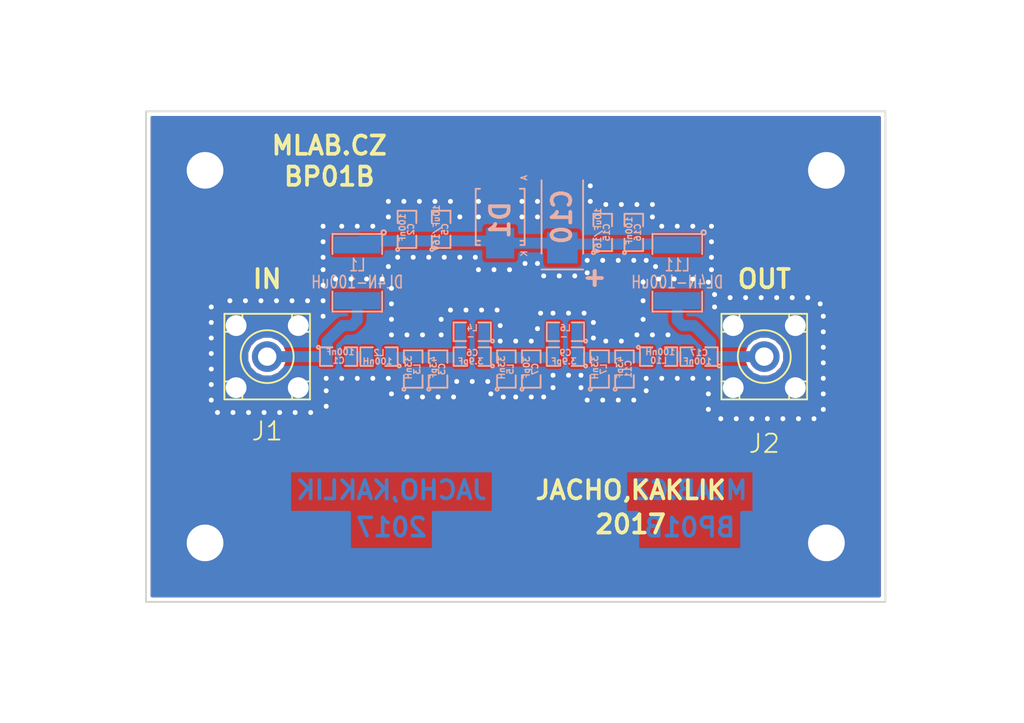
<source format=kicad_pcb>
(kicad_pcb (version 20210424) (generator pcbnew)
  (title_block (title "NAME") (date "%d. %m. %Y") (rev "REV") (company "Mlab www.mlab.cz") (comment 1 "VERSION") (comment 2 "Short description\\nTwo lines are maximum") (comment 3 "nickname <email@example.com>"))
  (layers (0 "F.Cu" signal) (31 "B.Cu" signal) (34 "B.Paste" user) (35 "F.Paste" user) (36 "B.SilkS" user "B.Silkscreen") (37 "F.SilkS" user "F.Silkscreen") (38 "B.Mask" user) (39 "F.Mask" user) (44 "Edge.Cuts" user))
  (net 0 "")
  (net 1 "Net-(C1-Pad2)")
  (net 2 "Net-(C1-Pad1)")
  (net 3 "Net-(C10-Pad1)")
  (net 4 "GND")
  (net 5 "Net-(C3-Pad2)")
  (net 6 "Net-(C6-Pad1)")
  (net 7 "Net-(C11-Pad2)")
  (net 8 "Net-(C17-Pad1)")
  (net 9 "Net-(C17-Pad2)")
  (footprint "Mlab_CON:SMA6251A13G50" (layer "F.Cu") (at 10.16 -20.32)
    (fp_text reference "J1")
    (fp_text value "SMA6251A13G50" hide)
  )
  (footprint "Mlab_CON:SMA6251A13G50" (layer "F.Cu") (at 50.8 -20.32)
    (fp_text reference "J2")
    (fp_text value "SMA6251A13G50" hide)
  )
  (footprint "Mlab_Mechanical:MountingHole_3mm" (layer "F.Cu") (at 55.88 -5.08)
    (fp_text reference "M1" hide)
    (fp_text value "HOLE" hide)
  )
  (footprint "Mlab_Mechanical:MountingHole_3mm" (layer "F.Cu") (at 5.08 -5.08)
    (fp_text reference "M2" hide)
    (fp_text value "HOLE" hide)
  )
  (footprint "Mlab_Mechanical:MountingHole_3mm" (layer "F.Cu") (at 55.88 -35.56)
    (fp_text reference "M3" hide)
    (fp_text value "HOLE" hide)
  )
  (footprint "Mlab_Mechanical:MountingHole_3mm" (layer "F.Cu") (at 5.08 -35.56)
    (fp_text reference "M4" hide)
    (fp_text value "HOLE" hide)
  )
  (footprint "Mlab_R:SMD-0805" (layer "B.Cu") (at 16.002 -20.32)
    (fp_text reference "C1")
    (fp_text value "100nF")
  )
  (footprint "Mlab_R:SMD-0805" (layer "B.Cu") (at 21.59 -30.734 90)
    (fp_text reference "C2")
    (fp_text value "100nF")
  )
  (footprint "Mlab_R:SMD-0805" (layer "B.Cu") (at 24.13 -19.304 90)
    (fp_text reference "C3")
    (fp_text value "43pF")
  )
  (footprint "Mlab_R:SMD-0805" (layer "B.Cu") (at 24.384 -30.734 90)
    (fp_text reference "C5")
    (fp_text value "10uF/16V")
  )
  (footprint "Mlab_R:SMD-0805" (layer "B.Cu") (at 26.924 -20.32 180)
    (fp_text reference "C6")
    (fp_text value "3.9pF")
  )
  (footprint "Mlab_R:SMD-0805" (layer "B.Cu") (at 31.75 -19.304 90)
    (fp_text reference "C7")
    (fp_text value "30pF")
  )
  (footprint "Mlab_R:SMD-0805" (layer "B.Cu") (at 34.544 -20.32 180)
    (fp_text reference "C9")
    (fp_text value "3.9pF")
  )
  (footprint "Mlab_C:TantalC_SizeC_Reflow" (layer "B.Cu") (at 34.29 -31.75 90)
    (fp_text reference "C10")
    (fp_text value "47uF/16V" hide)
  )
  (footprint "Mlab_R:SMD-0805" (layer "B.Cu") (at 39.37 -19.304 90)
    (fp_text reference "C11")
    (fp_text value "43pF")
  )
  (footprint "Mlab_R:SMD-0805" (layer "B.Cu") (at 37.592 -30.48 90)
    (fp_text reference "C15")
    (fp_text value "10uF/16V")
  )
  (footprint "Mlab_R:SMD-0805" (layer "B.Cu") (at 40.132 -30.48 90)
    (fp_text reference "C16")
    (fp_text value "100nF")
  )
  (footprint "Mlab_R:SMD-0805" (layer "B.Cu") (at 45.466 -20.32 180)
    (fp_text reference "C17")
    (fp_text value "100nF")
  )
  (footprint "Mlab_D:SMB_Standard" (layer "B.Cu") (at 29.21 -31.75 -90)
    (fp_text reference "D1")
    (fp_text value "SMBJ15A-E3/52" hide)
  )
  (footprint "Mlab_R:SMD-1812" (layer "B.Cu") (at 17.526 -27.178 -90)
    (fp_text reference "L1")
    (fp_text value "DL4N-100uH")
  )
  (footprint "Mlab_R:SMD-0805" (layer "B.Cu") (at 19.304 -20.32 180)
    (fp_text reference "L2")
    (fp_text value "100nH")
  )
  (footprint "Mlab_R:SMD-0805" (layer "B.Cu") (at 22.098 -19.304 90)
    (fp_text reference "L3")
    (fp_text value "33nH")
  )
  (footprint "Mlab_R:SMD-0805" (layer "B.Cu") (at 26.924 -22.352 180)
    (fp_text reference "L4")
    (fp_text value "-")
  )
  (footprint "Mlab_R:SMD-0805" (layer "B.Cu") (at 29.718 -19.304 90)
    (fp_text reference "L5")
    (fp_text value "33nH")
  )
  (footprint "Mlab_R:SMD-0805" (layer "B.Cu") (at 34.544 -22.352 180)
    (fp_text reference "L6")
    (fp_text value "-")
  )
  (footprint "Mlab_R:SMD-0805" (layer "B.Cu") (at 37.338 -19.304 90)
    (fp_text reference "L7")
    (fp_text value "33nH")
  )
  (footprint "Mlab_R:SMD-0805" (layer "B.Cu") (at 42.164 -20.32)
    (fp_text reference "L10")
    (fp_text value "100nH")
  )
  (footprint "Mlab_R:SMD-1812" (layer "B.Cu") (at 43.688 -27.178 -90)
    (fp_text reference "L11")
    (fp_text value "DL4N-100uH")
  )
  (gr_line (start 0.254 -0.254) (end 0.254 -40.386) (layer "Edge.Cuts") (width 0.15))
  (gr_line (start 60.706 -40.386) (end 60.706 -0.254) (layer "Edge.Cuts") (width 0.15))
  (gr_line (start 60.706 -0.254) (end 0.254 -0.254) (layer "Edge.Cuts") (width 0.15))
  (gr_line (start 0.254 -40.386) (end 60.706 -40.386) (layer "Edge.Cuts") (width 0.15))
  (gr_text "BP01B" (at 44.704 -6.35) (layer "B.Cu") (effects (font (size 1.5 1.5) (thickness 0.3)) (justify mirror)))
  (gr_text "2017" (at 20.32 -6.35) (layer "B.Cu") (effects (font (size 1.5 1.5) (thickness 0.3)) (justify mirror)))
  (gr_text "JACHO,KAKLIK" (at 20.32 -9.398) (layer "B.Cu") (effects (font (size 1.5 1.5) (thickness 0.3)) (justify mirror)))
  (gr_text "MLAB.CZ" (at 44.704 -9.398) (layer "B.Cu") (effects (font (size 1.5 1.5) (thickness 0.3)) (justify mirror)))
  (gr_text "MLAB.CZ" (at 15.24 -37.592) (layer "F.SilkS") (effects (font (size 1.5 1.5) (thickness 0.3))))
  (gr_text "BP01B" (at 15.24 -35.052) (layer "F.SilkS") (effects (font (size 1.5 1.5) (thickness 0.3))))
  (gr_text "JACHO,KAKLIK" (at 39.878 -9.398) (layer "F.SilkS") (effects (font (size 1.5 1.5) (thickness 0.3))))
  (gr_text "2017" (at 39.878 -6.604) (layer "F.SilkS") (effects (font (size 1.5 1.5) (thickness 0.3))))
  (gr_text "IN" (at 10.16 -26.67) (layer "F.SilkS") (effects (font (size 1.5 1.5) (thickness 0.3))))
  (gr_text "OUT" (at 50.8 -26.67) (layer "F.SilkS") (effects (font (size 1.5 1.5) (thickness 0.3))))
  (segment (start 18.3515 -20.32) (end 16.9545 -20.32) (width 0.9) (layer "B.Cu") (net 1))
  (segment (start 10.16 -20.32) (end 15.0495 -20.32) (width 0.9) (layer "B.Cu") (net 2))
  (segment (start 15.0495 -20.32) (end 15.0495 -21.59) (width 0.9) (layer "B.Cu") (net 2))
  (segment (start 16.3195 -22.86) (end 15.0495 -21.59) (width 0.9) (layer "B.Cu") (net 2))
  (segment (start 17.526 -24.892) (end 17.526 -23.2935) (width 0.9) (layer "B.Cu") (net 2))
  (segment (start 17.0925 -22.86) (end 16.3195 -22.86) (width 0.9) (layer "B.Cu") (net 2))
  (segment (start 17.526 -23.2935) (end 17.0925 -22.86) (width 0.9) (layer "B.Cu") (net 2))
  (segment (start 40.132 -29.5275) (end 43.6245 -29.5275) (width 0.9) (layer "B.Cu") (net 3))
  (segment (start 17.8435 -29.7815) (end 17.526 -29.464) (width 0.9) (layer "B.Cu") (net 3))
  (segment (start 33.91408 -29.60116) (end 34.29 -29.22524) (width 0.9) (layer "B.Cu") (net 3))
  (segment (start 43.6245 -29.5275) (end 43.688 -29.464) (width 0.9) (layer "B.Cu") (net 3))
  (segment (start 40.132 -29.5275) (end 37.592 -29.5275) (width 0.9) (layer "B.Cu") (net 3))
  (segment (start 21.59 -29.7815) (end 17.8435 -29.7815) (width 0.9) (layer "B.Cu") (net 3))
  (segment (start 37.592 -29.5275) (end 34.59226 -29.5275) (width 0.9) (layer "B.Cu") (net 3))
  (segment (start 29.02966 -29.7815) (end 29.21 -29.60116) (width 0.9) (layer "B.Cu") (net 3))
  (segment (start 21.59 -29.7815) (end 24.384 -29.7815) (width 0.9) (layer "B.Cu") (net 3))
  (segment (start 29.21 -29.60116) (end 33.91408 -29.60116) (width 0.9) (layer "B.Cu") (net 3))
  (segment (start 24.384 -29.7815) (end 29.02966 -29.7815) (width 0.9) (layer "B.Cu") (net 3))
  (segment (start 34.59226 -29.5275) (end 34.29 -29.22524) (width 0.9) (layer "B.Cu") (net 3))
  (segment (start 46.482 -30.988) (end 46.482 -29.718) (width 0.4) (layer "F.Cu") (net 4))
  (segment (start 49.276 -25.146) (end 50.546 -25.146) (width 0.4) (layer "F.Cu") (net 4))
  (segment (start 20.066 -18.542) (end 20.066 -17.526) (width 0.4) (layer "F.Cu") (net 4))
  (segment (start 9.906 -15.748) (end 11.176 -15.748) (width 0.4) (layer "F.Cu") (net 4))
  (segment (start 29.464 -17.018) (end 30.48 -17.018) (width 0.4) (layer "F.Cu") (net 4))
  (segment (start 40.132 -16.764) (end 40.386 -16.764) (width 0.4) (layer "F.Cu") (net 4))
  (segment (start 46.482 -28.448) (end 46.482 -27.432) (width 0.4) (layer "F.Cu") (net 4))
  (segment (start 5.588 -16.764) (end 5.588 -16.256) (width 0.4) (layer "F.Cu") (net 4))
  (segment (start 46.228 -16.002) (end 46.482 -16.002) (width 0.4) (layer "F.Cu") (net 4))
  (segment (start 14.986 -16.256) (end 14.986 -17.526) (width 0.4) (layer "F.Cu") (net 4))
  (segment (start 24.384 -22.098) (end 24.384 -23.368) (width 0.4) (layer "F.Cu") (net 4))
  (segment (start 32.258 -23.622) (end 32.512 -23.876) (width 0.4) (layer "F.Cu") (net 4))
  (segment (start 41.402 -28.194) (end 41.91 -27.686) (width 0.4) (layer "F.Cu") (net 4))
  (segment (start 18.288 -26.67) (end 19.558 -26.67) (width 0.4) (layer "F.Cu") (net 4))
  (segment (start 55.626 -18.542) (end 55.626 -19.812) (width 0.4) (layer "F.Cu") (net 4))
  (segment (start 36.322 -28.194) (end 37.592 -28.194) (width 0.4) (layer "F.Cu") (net 4))
  (segment (start 14.986 -18.542) (end 16.256 -18.542) (width 0.4) (layer "F.Cu") (net 4))
  (segment (start 51.054 -15.24) (end 52.324 -15.24) (width 0.4) (layer "F.Cu") (net 4))
  (segment (start 46.736 -25.4) (end 47.752 -25.4) (width 0.4) (layer "F.Cu") (net 4))
  (segment (start 13.97 -22.86) (end 14.732 -23.622) (width 0.4) (layer "F.Cu") (net 4))
  (segment (start 39.878 -21.59) (end 40.386 -22.098) (width 0.4) (layer "F.Cu") (net 4))
  (segment (start 20.066 -17.526) (end 20.32 -17.272) (width 0.4) (layer "F.Cu") (net 4))
  (segment (start 37.592 -21.844) (end 37.846 -21.59) (width 0.4) (layer "F.Cu") (net 4))
  (segment (start 34.798 -18.796) (end 35.814 -18.796) (width 0.4) (layer "F.Cu") (net 4))
  (segment (start 43.688 -30.988) (end 44.958 -30.988) (width 0.4) (layer "F.Cu") (net 4))
  (segment (start 33.528 -23.876) (end 34.798 -23.876) (width 0.4) (layer "F.Cu") (net 4))
  (segment (start 40.386 -16.764) (end 41.148 -17.526) (width 0.4) (layer "F.Cu") (net 4))
  (segment (start 55.626 -23.622) (end 55.626 -24.384) (width 0.4) (layer "F.Cu") (net 4))
  (segment (start 40.894 -26.416) (end 41.91 -26.416) (width 0.4) (layer "F.Cu") (net 4))
  (segment (start 28.194 -17.526) (end 28.448 -17.272) (width 0.4) (layer "F.Cu") (net 4))
  (segment (start 25.146 -33.02) (end 23.876 -33.02) (width 0.4) (layer "F.Cu") (net 4))
  (segment (start 24.13 -17.018) (end 25.4 -17.018) (width 0.4) (layer "F.Cu") (net 4))
  (segment (start 12.7 -22.86) (end 13.97 -22.86) (width 0.4) (layer "F.Cu") (net 4))
  (segment (start 15.748 -26.67) (end 17.018 -26.67) (width 0.4) (layer "F.Cu") (net 4))
  (segment (start 27.686 -24.13) (end 28.956 -24.13) (width 0.4) (layer "F.Cu") (net 4))
  (segment (start 30.48 -21.59) (end 31.75 -21.59) (width 0.4) (layer "F.Cu") (net 4))
  (segment (start 43.688 -18.542) (end 44.958 -18.542) (width 0.4) (layer "F.Cu") (net 4))
  (segment (start 30.988 -31.75) (end 32.258 -31.75) (width 0.4) (layer "F.Cu") (net 4))
  (segment (start 36.068 -23.876) (end 36.83 -23.114) (width 0.4) (layer "F.Cu") (net 4))
  (segment (start 5.588 -21.843994) (end 5.588 -20.574) (width 0.4) (layer "F.Cu") (net 4))
  (segment (start 18.796 -30.988) (end 17.526 -30.988) (width 0.4) (layer "F.Cu") (net 4))
  (segment (start 40.894 -23.368) (end 40.894 -24.892) (width 0.4) (layer "F.Cu") (net 4))
  (segment (start 46.228 -25.908) (end 46.736 -25.4) (width 0.4) (layer "F.Cu") (net 4))
  (segment (start 48.514 -15.24) (end 49.784 -15.24) (width 0.4) (layer "F.Cu") (net 4))
  (segment (start 10.922 -24.892) (end 9.652 -24.892) (width 0.4) (layer "F.Cu") (net 4))
  (segment (start 41.148 -28.194) (end 41.402 -28.194) (width 0.4) (layer "F.Cu") (net 4))
  (segment (start 16.256 -30.988) (end 14.732 -30.988) (width 0.4) (layer "F.Cu") (net 4))
  (segment (start 38.862 -28.194) (end 40.132 -28.194) (width 0.4) (layer "F.Cu") (net 4))
  (segment (start 20.32 -23.368) (end 20.32 -22.098) (width 0.4) (layer "F.Cu") (net 4))
  (segment (start 31.75 -17.018) (end 32.766 -17.018) (width 0.4) (layer "F.Cu") (net 4))
  (segment (start 30.988 -31.75) (end 30.988 -33.02) (width 0.4) (layer "F.Cu") (net 4))
  (segment (start 39.116 -21.59) (end 39.878 -21.59) (width 0.4) (layer "F.Cu") (net 4))
  (segment (start 46.228 -18.542) (end 46.228 -17.272) (width 0.4) (layer "F.Cu") (net 4))
  (segment (start 5.588 -24.384) (end 5.588 -23.114) (width 0.4) (layer "F.Cu") (net 4))
  (segment (start 20.066 -33.02) (end 20.066 -31.75) (width 0.4) (layer "F.Cu") (net 4))
  (segment (start 55.626 -21.082) (end 55.626 -22.352) (width 0.4) (layer "F.Cu") (net 4))
  (segment (start 32.766 -26.924) (end 34.036004 -26.924) (width 0.4) (layer "F.Cu") (net 4))
  (segment (start 33.528 -17.78) (end 33.528 -18.796) (width 0.4) (layer "F.Cu") (net 4))
  (segment (start 47.752 -25.4) (end 48.006 -25.146) (width 0.4) (layer "F.Cu") (net 4))
  (segment (start 41.656 -31.75) (end 42.418 -30.988) (width 0.4) (layer "F.Cu") (net 4))
  (segment (start 25.908 -31.75) (end 27.432008 -31.75) (width 0.4) (layer "F.Cu") (net 4))
  (segment (start 51.816 -25.146) (end 53.086 -25.146) (width 0.4) (layer "F.Cu") (net 4))
  (segment (start 20.066 -27.686) (end 20.828 -28.448) (width 0.4) (layer "F.Cu") (net 4))
  (segment (start 46.482 -16.002) (end 47.244 -15.24) (width 0.4) (layer "F.Cu") (net 4))
  (segment (start 27.178 -27.686) (end 27.432 -27.432) (width 0.4) (layer "F.Cu") (net 4))
  (segment (start 55.626 -24.384) (end 55.372 -24.638) (width 0.4) (layer "F.Cu") (net 4))
  (segment (start 24.638 -28.448) (end 25.908 -28.448) (width 0.4) (layer "F.Cu") (net 4))
  (segment (start 17.526 -18.542) (end 18.796 -18.542) (width 0.4) (layer "F.Cu") (net 4))
  (segment (start 25.146 -24.13) (end 26.416 -24.13) (width 0.4) (layer "F.Cu") (net 4))
  (segment (start 37.592 -16.764) (end 38.862 -16.764) (width 0.4) (layer "F.Cu") (net 4))
  (segment (start 32.258 -22.606) (end 32.258 -23.622) (width 0.4) (layer "F.Cu") (net 4))
  (segment (start 35.814 -17.78) (end 35.814 -17.272) (width 0.4) (layer "F.Cu") (net 4))
  (segment (start 13.462 -24.892) (end 12.192 -24.892) (width 0.4) (layer "F.Cu") (net 4))
  (segment (start 5.588 -16.256) (end 6.096 -15.748) (width 0.4) (layer "F.Cu") (net 4))
  (segment (start 21.59 -22.098) (end 22.86 -22.098) (width 0.4) (layer "F.Cu") (net 4))
  (segment (start 46.228 -26.416) (end 46.228 -25.908) (width 0.4) (layer "F.Cu") (net 4))
  (segment (start 55.626 -16.002) (end 55.626 -17.272) (width 0.4) (layer "F.Cu") (net 4))
  (segment (start 41.148 -18.542) (end 42.418 -18.542) (width 0.4) (layer "F.Cu") (net 4))
  (segment (start 36.576 -34.29) (end 36.576 -33.02) (width 0.4) (layer "F.Cu") (net 4))
  (segment (start 36.068 -26.924) (end 36.322 -27.178) (width 0.4) (layer "F.Cu") (net 4))
  (segment (start 22.606 -33.02) (end 21.336 -33.02) (width 0.4) (layer "F.Cu") (net 4))
  (segment (start 8.382 -24.892) (end 7.112 -24.892) (width 0.4) (layer "F.Cu") (net 4))
  (segment (start 36.83 -21.844) (end 37.592 -21.844) (width 0.4) (layer "F.Cu") (net 4))
  (segment (start 31.242 -27.94) (end 32.258 -27.94) (width 0.4) (layer "F.Cu") (net 4))
  (segment (start 41.656 -22.098) (end 42.926 -22.098) (width 0.4) (layer "F.Cu") (net 4))
  (segment (start 43.434 -26.67) (end 44.958 -26.67) (width 0.4) (layer "F.Cu") (net 4))
  (segment (start 28.702 -27.432) (end 29.972 -27.432) (width 0.4) (layer "F.Cu") (net 4))
  (segment (start 35.814 -17.272) (end 36.322 -16.764) (width 0.4) (layer "F.Cu") (net 4))
  (segment (start 29.21 -21.59) (end 29.21 -22.859994) (width 0.4) (layer "F.Cu") (net 4))
  (segment (start 5.588 -19.304) (end 5.588 -18.034) (width 0.4) (layer "F.Cu") (net 4))
  (segment (start 40.386 -32.766) (end 41.656 -32.766) (width 0.4) (layer "F.Cu") (net 4))
  (segment (start 20.32 -25.908) (end 20.32 -24.638) (width 0.4) (layer "F.Cu") (net 4))
  (segment (start 7.366 -15.748) (end 8.636 -15.748) (width 0.4) (layer "F.Cu") (net 4))
  (segment (start 27.178 -28.448) (end 27.178 -27.686) (width 0.4) (layer "F.Cu") (net 4))
  (segment (start 14.732 -29.718) (end 14.732 -28.448) (width 0.4) (layer "F.Cu") (net 4))
  (segment (start 12.446 -15.748) (end 13.716 -15.748) (width 0.4) (layer "F.Cu") (net 4))
  (segment (start 22.098 -28.448) (end 23.368 -28.448) (width 0.4) (layer "F.Cu") (net 4))
  (segment (start 41.91 -26.416) (end 42.164 -26.67) (width 0.4) (layer "F.Cu") (net 4))
  (segment (start 21.59 -17.018) (end 22.86 -17.018) (width 0.4) (layer "F.Cu") (net 4))
  (segment (start 35.814 -26.924) (end 36.068 -27.178) (width 0.4) (layer "F.Cu") (net 4))
  (segment (start 25.654 -18.288) (end 26.924 -18.288) (width 0.4) (layer "F.Cu") (net 4))
  (segment (start 37.846 -32.766) (end 39.116 -32.766) (width 0.4) (layer "F.Cu") (net 4))
  (segment (start 29.21 -22.859994) (end 29.209994 -22.86) (width 0.4) (layer "F.Cu") (net 4))
  (segment (start 35.306 -26.924) (end 36.068 -26.924) (width 0.4) (layer "F.Cu") (net 4))
  (segment (start 36.068 -27.178) (end 36.322 -27.178) (width 0.4) (layer "F.Cu") (net 4))
  (segment (start 14.732 -24.892) (end 14.732 -26.162) (width 0.4) (layer "F.Cu") (net 4))
  (segment (start 28.194 -18.288) (end 28.194 -17.526) (width 0.4) (layer "F.Cu") (net 4))
  (segment (start 53.594 -15.24) (end 54.864 -15.24) (width 0.4) (layer "F.Cu") (net 4))
  (via (at 43.688 -18.542) (size 0.8) (drill 0.4) (layers "F.Cu" "B.Cu") (net 4))
  (via (at 34.798 -23.876) (size 0.8) (drill 0.4) (layers "F.Cu" "B.Cu") (net 4))
  (via (at 42.418 -18.542) (size 0.8) (drill 0.4) (layers "F.Cu" "B.Cu") (net 4))
  (via (at 24.13 -17.018) (size 0.8) (drill 0.4) (layers "F.Cu" "B.Cu") (net 4))
  (via (at 44.958 -26.67) (size 0.8) (drill 0.4) (layers "F.Cu" "B.Cu") (net 4))
  (via (at 10.922 -24.892) (size 0.8) (drill 0.4) (layers "F.Cu" "B.Cu") (net 4))
  (via (at 32.766 -17.018) (size 0.8) (drill 0.4) (layers "F.Cu" "B.Cu") (net 4))
  (via (at 53.086 -25.146) (size 0.8) (drill 0.4) (layers "F.Cu" "B.Cu") (net 4))
  (via (at 46.482 -29.718) (size 0.8) (drill 0.4) (layers "F.Cu" "B.Cu") (net 4))
  (via (at 17.526 -18.542) (size 0.8) (drill 0.4) (layers "F.Cu" "B.Cu") (net 4))
  (via (at 28.448 -17.272) (size 0.8) (drill 0.4) (layers "F.Cu" "B.Cu") (net 4))
  (via (at 46.228 -18.542) (size 0.8) (drill 0.4) (layers "F.Cu" "B.Cu") (net 4))
  (via (at 6.096 -15.748) (size 0.8) (drill 0.4) (layers "F.Cu" "B.Cu") (net 4))
  (via (at 26.416 -24.13) (size 0.8) (drill 0.4) (layers "F.Cu" "B.Cu") (net 4))
  (via (at 20.32 -23.368) (size 0.8) (drill 0.4) (layers "F.Cu" "B.Cu") (net 4))
  (via (at 20.066 -33.02) (size 0.8) (drill 0.4) (layers "F.Cu" "B.Cu") (net 4))
  (via (at 27.432 -27.432) (size 0.8) (drill 0.4) (layers "F.Cu" "B.Cu") (net 4))
  (via (at 34.036004 -26.924) (size 0.8) (drill 0.4) (layers "F.Cu" "B.Cu") (net 4))
  (via (at 20.066 -31.75) (size 0.8) (drill 0.4) (layers "F.Cu" "B.Cu") (net 4))
  (via (at 36.322 -27.178) (size 0.8) (drill 0.4) (layers "F.Cu" "B.Cu") (net 4))
  (via (at 18.796 -30.988) (size 0.8) (drill 0.4) (layers "F.Cu" "B.Cu") (net 4))
  (via (at 39.116 -32.766) (size 0.8) (drill 0.4) (layers "F.Cu" "B.Cu") (net 4))
  (via (at 55.626 -16.002) (size 0.8) (drill 0.4) (layers "F.Cu" "B.Cu") (net 4))
  (via (at 24.384 -23.368) (size 0.8) (drill 0.4) (layers "F.Cu" "B.Cu") (net 4))
  (via (at 14.732 -30.988) (size 0.8) (drill 0.4) (layers "F.Cu" "B.Cu") (net 4))
  (via (at 5.588 -16.764) (size 0.8) (drill 0.4) (layers "F.Cu" "B.Cu") (net 4))
  (via (at 21.336 -33.02) (size 0.8) (drill 0.4) (layers "F.Cu" "B.Cu") (net 4))
  (via (at 20.32 -24.638) (size 0.8) (drill 0.4) (layers "F.Cu" "B.Cu") (net 4))
  (via (at 36.83 -21.844) (size 0.8) (drill 0.4) (layers "F.Cu" "B.Cu") (net 4))
  (via (at 41.148 -28.194) (size 0.8) (drill 0.4) (layers "F.Cu" "B.Cu") (net 4))
  (via (at 40.894 -26.416) (size 0.8) (drill 0.4) (layers "F.Cu" "B.Cu") (net 4))
  (via (at 31.75 -21.59) (size 0.8) (drill 0.4) (layers "F.Cu" "B.Cu") (net 4))
  (via (at 37.846 -32.766) (size 0.8) (drill 0.4) (layers "F.Cu" "B.Cu") (net 4))
  (via (at 46.228 -17.272) (size 0.8) (drill 0.4) (layers "F.Cu" "B.Cu") (net 4))
  (via (at 32.258 -22.606) (size 0.8) (drill 0.4) (layers "F.Cu" "B.Cu") (net 4))
  (via (at 41.91 -27.686) (size 0.8) (drill 0.4) (layers "F.Cu" "B.Cu") (net 4))
  (via (at 43.688 -30.988) (size 0.8) (drill 0.4) (layers "F.Cu" "B.Cu") (net 4))
  (via (at 33.528 -23.876) (size 0.8) (drill 0.4) (layers "F.Cu" "B.Cu") (net 4))
  (via (at 14.732 -27.432) (size 0.8) (drill 0.4) (layers "F.Cu" "B.Cu") (net 4))
  (via (at 36.576 -33.02) (size 0.8) (drill 0.4) (layers "F.Cu" "B.Cu") (net 4))
  (via (at 38.862 -16.764) (size 0.8) (drill 0.4) (layers "F.Cu" "B.Cu") (net 4))
  (via (at 46.736 -25.4) (size 0.8) (drill 0.4) (layers "F.Cu" "B.Cu") (net 4))
  (via (at 55.626 -17.272) (size 0.8) (drill 0.4) (layers "F.Cu" "B.Cu") (net 4))
  (via (at 36.83 -23.114) (size 0.8) (drill 0.4) (layers "F.Cu" "B.Cu") (net 4))
  (via (at 55.626 -22.352) (size 0.8) (drill 0.4) (layers "F.Cu" "B.Cu") (net 4))
  (via (at 7.112 -24.892) (size 0.8) (drill 0.4) (layers "F.Cu" "B.Cu") (net 4))
  (via (at 20.32 -25.908) (size 0.8) (drill 0.4) (layers "F.Cu" "B.Cu") (net 4))
  (via (at 13.716 -15.748) (size 0.8) (drill 0.4) (layers "F.Cu" "B.Cu") (net 4))
  (via (at 46.228 -26.416) (size 0.8) (drill 0.4) (layers "F.Cu" "B.Cu") (net 4))
  (via (at 25.908 -31.75) (size 0.8) (drill 0.4) (layers "F.Cu" "B.Cu") (net 4))
  (via (at 37.592 -28.194) (size 0.8) (drill 0.4) (layers "F.Cu" "B.Cu") (net 4))
  (via (at 28.702 -27.432) (size 0.8) (drill 0.4) (layers "F.Cu" "B.Cu") (net 4))
  (via (at 7.366 -15.748) (size 0.8) (drill 0.4) (layers "F.Cu" "B.Cu") (net 4))
  (via (at 14.986 -18.542) (size 0.8) (drill 0.4) (layers "F.Cu" "B.Cu") (net 4))
  (via (at 32.258 -27.94) (size 0.8) (drill 0.4) (layers "F.Cu" "B.Cu") (net 4))
  (via (at 5.588 -20.574) (size 0.8) (drill 0.4) (layers "F.Cu" "B.Cu") (net 4))
  (via (at 5.588 -18.034) (size 0.8) (drill 0.4) (layers "F.Cu" "B.Cu") (net 4))
  (via (at 25.908 -28.448) (size 0.8) (drill 0.4) (layers "F.Cu" "B.Cu") (net 4))
  (via (at 18.288 -26.67) (size 0.8) (drill 0.4) (layers "F.Cu" "B.Cu") (net 4))
  (via (at 55.626 -23.622) (size 0.8) (drill 0.4) (layers "F.Cu" "B.Cu") (net 4))
  (via (at 31.75 -17.018) (size 0.8) (drill 0.4) (layers "F.Cu" "B.Cu") (net 4))
  (via (at 27.432008 -31.75) (size 0.8) (drill 0.4) (layers "F.Cu" "B.Cu") (net 4))
  (via (at 9.652 -24.892) (size 0.8) (drill 0.4) (layers "F.Cu" "B.Cu") (net 4))
  (via (at 36.322 -28.194) (size 0.8) (drill 0.4) (layers "F.Cu" "B.Cu") (net 4))
  (via (at 35.306 -26.924) (size 0.8) (drill 0.4) (layers "F.Cu" "B.Cu") (net 4))
  (via (at 48.514 -15.24) (size 0.8) (drill 0.4) (layers "F.Cu" "B.Cu") (net 4))
  (via (at 32.766 -26.924) (size 0.8) (drill 0.4) (layers "F.Cu" "B.Cu") (net 4))
  (via (at 55.626 -21.082) (size 0.8) (drill 0.4) (layers "F.Cu" "B.Cu") (net 4))
  (via (at 42.164 -26.67) (size 0.8) (drill 0.4) (layers "F.Cu" "B.Cu") (net 4))
  (via (at 12.192 -24.892) (size 0.8) (drill 0.4) (layers "F.Cu" "B.Cu") (net 4))
  (via (at 26.924 -18.288) (size 0.8) (drill 0.4) (layers "F.Cu" "B.Cu") (net 4))
  (via (at 22.098 -28.448) (size 0.8) (drill 0.4) (layers "F.Cu" "B.Cu") (net 4))
  (via (at 34.798 -18.796) (size 0.8) (drill 0.4) (layers "F.Cu" "B.Cu") (net 4))
  (via (at 25.654 -18.288) (size 0.8) (drill 0.4) (layers "F.Cu" "B.Cu") (net 4))
  (via (at 13.462 -24.892) (size 0.8) (drill 0.4) (layers "F.Cu" "B.Cu") (net 4))
  (via (at 38.862 -28.194) (size 0.8) (drill 0.4) (layers "F.Cu" "B.Cu") (net 4))
  (via (at 41.656 -22.098) (size 0.8) (drill 0.4) (layers "F.Cu" "B.Cu") (net 4))
  (via (at 43.434 -26.67) (size 0.8) (drill 0.4) (layers "F.Cu" "B.Cu") (net 4))
  (via (at 47.244 -15.24) (size 0.8) (drill 0.4) (layers "F.Cu" "B.Cu") (net 4))
  (via (at 20.828 -28.448) (size 0.8) (drill 0.4) (layers "F.Cu" "B.Cu") (net 4))
  (via (at 46.482 -30.988) (size 0.8) (drill 0.4) (layers "F.Cu" "B.Cu") (net 4))
  (via (at 5.588 -19.304) (size 0.8) (drill 0.4) (layers "F.Cu" "B.Cu") (net 4))
  (via (at 31.242 -27.94) (size 0.8) (drill 0.4) (layers "F.Cu" "B.Cu") (net 4))
  (via (at 41.656 -31.75) (size 0.8) (drill 0.4) (layers "F.Cu" "B.Cu") (net 4))
  (via (at 51.816 -25.146) (size 0.8) (drill 0.4) (layers "F.Cu" "B.Cu") (net 4))
  (via (at 39.116 -21.59) (size 0.8) (drill 0.4) (layers "F.Cu" "B.Cu") (net 4))
  (via (at 18.796 -18.542) (size 0.8) (drill 0.4) (layers "F.Cu" "B.Cu") (net 4))
  (via (at 9.906 -15.748) (size 0.8) (drill 0.4) (layers "F.Cu" "B.Cu") (net 4))
  (via (at 23.368 -28.448) (size 0.8) (drill 0.4) (layers "F.Cu" "B.Cu") (net 4))
  (via (at 55.372 -24.638) (size 0.8) (drill 0.4) (layers "F.Cu" "B.Cu") (net 4))
  (via (at 22.606 -33.02) (size 0.8) (drill 0.4) (layers "F.Cu" "B.Cu") (net 4))
  (via (at 22.86 -22.098) (size 0.8) (drill 0.4) (layers "F.Cu" "B.Cu") (net 4))
  (via (at 14.986 -16.256) (size 0.8) (drill 0.4) (layers "F.Cu" "B.Cu") (net 4))
  (via (at 21.59 -17.018) (size 0.8) (drill 0.4) (layers "F.Cu" "B.Cu") (net 4))
  (via (at 54.356 -25.146) (size 0.8) (drill 0.4) (layers "F.Cu" "B.Cu") (net 4))
  (via (at 37.592 -16.764) (size 0.8) (drill 0.4) (layers "F.Cu" "B.Cu") (net 4))
  (via (at 20.32 -22.098) (size 0.8) (drill 0.4) (layers "F.Cu" "B.Cu") (net 4))
  (via (at 15.748 -26.67) (size 0.8) (drill 0.4) (layers "F.Cu" "B.Cu") (net 4))
  (via (at 8.382 -24.892) (size 0.8) (drill 0.4) (layers "F.Cu" "B.Cu") (net 4))
  (via (at 21.59 -22.098) (size 0.8) (drill 0.4) (layers "F.Cu" "B.Cu") (net 4))
  (via (at 35.814 -18.796) (size 0.8) (drill 0.4) (layers "F.Cu" "B.Cu") (net 4))
  (via (at 14.732 -28.448) (size 0.8) (drill 0.4) (layers "F.Cu" "B.Cu") (net 4))
  (via (at 14.732 -23.622) (size 0.8) (drill 0.4) (layers "F.Cu" "B.Cu") (net 4))
  (via (at 24.384 -22.098) (size 0.8) (drill 0.4) (layers "F.Cu" "B.Cu") (net 4))
  (via (at 40.894 -23.368) (size 0.8) (drill 0.4) (layers "F.Cu" "B.Cu") (net 4))
  (via (at 32.258 -31.75) (size 0.8) (drill 0.4) (layers "F.Cu" "B.Cu") (net 4))
  (via (at 37.846 -21.59) (size 0.8) (drill 0.4) (layers "F.Cu" "B.Cu") (net 4))
  (via (at 30.988 -31.75) (size 0.8) (drill 0.4) (layers "F.Cu" "B.Cu") (net 4))
  (via (at 29.972 -27.432) (size 0.8) (drill 0.4) (layers "F.Cu" "B.Cu") (net 4))
  (via (at 25.146 -33.02) (size 0.8) (drill 0.4) (layers "F.Cu" "B.Cu") (net 4))
  (via (at 20.066 -18.542) (size 0.8) (drill 0.4) (layers "F.Cu" "B.Cu") (net 4))
  (via (at 36.322 -16.764) (size 0.8) (drill 0.4) (layers "F.Cu" "B.Cu") (net 4))
  (via (at 14.732 -29.718) (size 0.8) (drill 0.4) (layers "F.Cu" "B.Cu") (net 4))
  (via (at 24.638 -28.448) (size 0.8) (drill 0.4) (layers "F.Cu" "B.Cu") (net 4))
  (via (at 42.926 -22.098) (size 0.8) (drill 0.4) (layers "F.Cu" "B.Cu") (net 4))
  (via (at 12.446 -15.748) (size 0.8) (drill 0.4) (layers "F.Cu" "B.Cu") (net 4))
  (via (at 40.132 -16.764) (size 0.8) (drill 0.4) (layers "F.Cu" "B.Cu") (net 4))
  (via (at 51.054 -15.24) (size 0.8) (drill 0.4) (layers "F.Cu" "B.Cu") (net 4))
  (via (at 17.018 -26.67) (size 0.8) (drill 0.4) (layers "F.Cu" "B.Cu") (net 4))
  (via (at 44.958 -30.988) (size 0.8) (drill 0.4) (layers "F.Cu" "B.Cu") (net 4))
  (via (at 55.626 -18.542) (size 0.8) (drill 0.4) (layers "F.Cu" "B.Cu") (net 4))
  (via (at 33.528 -17.78) (size 0.8) (drill 0.4) (layers "F.Cu" "B.Cu") (net 4))
  (via (at 17.526 -30.988) (size 0.8) (drill 0.4) (layers "F.Cu" "B.Cu") (net 4))
  (via (at 28.194 -18.288) (size 0.8) (drill 0.4) (layers "F.Cu" "B.Cu") (net 4))
  (via (at 27.686 -24.13) (size 0.8) (drill 0.4) (layers "F.Cu" "B.Cu") (net 4))
  (via (at 29.209994 -22.86) (size 0.8) (drill 0.4) (layers "F.Cu" "B.Cu") (net 4))
  (via (at 40.386 -22.098) (size 0.8) (drill 0.4) (layers "F.Cu" "B.Cu") (net 4))
  (via (at 52.324 -15.24) (size 0.8) (drill 0.4) (layers "F.Cu" "B.Cu") (net 4))
  (via (at 46.736 -24.384) (size 0.8) (drill 0.4) (layers "F.Cu" "B.Cu") (net 4))
  (via (at 25.4 -17.018) (size 0.8) (drill 0.4) (layers "F.Cu" "B.Cu") (net 4))
  (via (at 41.656 -32.766) (size 0.8) (drill 0.4) (layers "F.Cu" "B.Cu") (net 4))
  (via (at 27.432 -33.02) (size 0.8) (drill 0.4) (layers "F.Cu" "B.Cu") (net 4))
  (via (at 29.464 -17.018) (size 0.8) (drill 0.4) (layers "F.Cu" "B.Cu") (net 4))
  (via (at 30.48 -17.018) (size 0.8) (drill 0.4) (layers "F.Cu" "B.Cu") (net 4))
  (via (at 36.576 -34.29) (size 0.8) (drill 0.4) (layers "F.Cu" "B.Cu") (net 4))
  (via (at 42.418 -30.988) (size 0.8) (drill 0.4) (layers "F.Cu" "B.Cu") (net 4))
  (via (at 28.956 -24.13) (size 0.8) (drill 0.4) (layers "F.Cu" "B.Cu") (net 4))
  (via (at 30.988 -33.02) (size 0.8) (drill 0.4) (layers "F.Cu" "B.Cu") (net 4))
  (via (at 46.482 -27.432) (size 0.8) (drill 0.4) (layers "F.Cu" "B.Cu") (net 4))
  (via (at 49.276 -25.146) (size 0.8) (drill 0.4) (layers "F.Cu" "B.Cu") (net 4))
  (via (at 30.48 -21.59) (size 0.8) (drill 0.4) (layers "F.Cu" "B.Cu") (net 4))
  (via (at 20.066 -27.686) (size 0.8) (drill 0.4) (layers "F.Cu" "B.Cu") (net 4))
  (via (at 49.784 -15.24) (size 0.8) (drill 0.4) (layers "F.Cu" "B.Cu") (net 4))
  (via (at 40.132 -28.194) (size 0.8) (drill 0.4) (layers "F.Cu" "B.Cu") (net 4))
  (via (at 20.32 -17.272) (size 0.8) (drill 0.4) (layers "F.Cu" "B.Cu") (net 4))
  (via (at 48.006 -25.146) (size 0.8) (drill 0.4) (layers "F.Cu" "B.Cu") (net 4))
  (via (at 14.732 -24.892) (size 0.8) (drill 0.4) (layers "F.Cu" "B.Cu") (net 4))
  (via (at 46.482 -28.448) (size 0.8) (drill 0.4) (layers "F.Cu" "B.Cu") (net 4))
  (via (at 5.588 -21.843994) (size 0.8) (drill 0.4) (layers "F.Cu" "B.Cu") (net 4))
  (via (at 5.588 -23.114) (size 0.8) (drill 0.4) (layers "F.Cu" "B.Cu") (net 4))
  (via (at 35.814 -17.78) (size 0.8) (drill 0.4) (layers "F.Cu" "B.Cu") (net 4))
  (via (at 16.256 -18.542) (size 0.8) (drill 0.4) (layers "F.Cu" "B.Cu") (net 4))
  (via (at 11.176 -15.748) (size 0.8) (drill 0.4) (layers "F.Cu" "B.Cu") (net 4))
  (via (at 33.528 -18.796) (size 0.8) (drill 0.4) (layers "F.Cu" "B.Cu") (net 4))
  (via (at 36.068 -23.876) (size 0.8) (drill 0.4) (layers "F.Cu" "B.Cu") (net 4))
  (via (at 44.958 -18.542) (size 0.8) (drill 0.4) (layers "F.Cu" "B.Cu") (net 4))
  (via (at 40.894 -24.892) (size 0.8) (drill 0.4) (layers "F.Cu" "B.Cu") (net 4))
  (via (at 50.546 -25.146) (size 0.8) (drill 0.4) (layers "F.Cu" "B.Cu") (net 4))
  (via (at 22.86 -17.018) (size 0.8) (drill 0.4) (layers "F.Cu" "B.Cu") (net 4))
  (via (at 14.732 -26.162) (size 0.8) (drill 0.4) (layers "F.Cu" "B.Cu") (net 4))
  (via (at 19.558 -26.67) (size 0.8) (drill 0.4) (layers "F.Cu" "B.Cu") (net 4))
  (via (at 32.512 -23.876) (size 0.8) (drill 0.4) (layers "F.Cu" "B.Cu") (net 4))
  (via (at 55.626 -19.812) (size 0.8) (drill 0.4) (layers "F.Cu" "B.Cu") (net 4))
  (via (at 53.594 -15.24) (size 0.8) (drill 0.4) (layers "F.Cu" "B.Cu") (net 4))
  (via (at 41.148 -17.526) (size 0.8) (drill 0.4) (layers "F.Cu" "B.Cu") (net 4))
  (via (at 32.258 -33.02) (size 0.8) (drill 0.4) (layers "F.Cu" "B.Cu") (net 4))
  (via (at 8.636 -15.748) (size 0.8) (drill 0.4) (layers "F.Cu" "B.Cu") (net 4))
  (via (at 23.876 -33.02) (size 0.8) (drill 0.4) (layers "F.Cu" "B.Cu") (net 4))
  (via (at 5.588 -24.384) (size 0.8) (drill 0.4) (layers "F.Cu" "B.Cu") (net 4))
  (via (at 25.146 -24.13) (size 0.8) (drill 0.4) (layers "F.Cu" "B.Cu") (net 4))
  (via (at 46.228 -16.002) (size 0.8) (drill 0.4) (layers "F.Cu" "B.Cu") (net 4))
  (via (at 27.178 -28.448) (size 0.8) (drill 0.4) (layers "F.Cu" "B.Cu") (net 4))
  (via (at 29.21 -21.59) (size 0.8) (drill 0.4) (layers "F.Cu" "B.Cu") (net 4))
  (via (at 54.864 -15.24) (size 0.8) (drill 0.4) (layers "F.Cu" "B.Cu") (net 4))
  (via (at 14.986 -17.526) (size 0.8) (drill 0.4) (layers "F.Cu" "B.Cu") (net 4))
  (via (at 41.148 -18.542) (size 0.8) (drill 0.4) (layers "F.Cu" "B.Cu") (net 4))
  (via (at 16.256 -30.988) (size 0.8) (drill 0.4) (layers "F.Cu" "B.Cu") (net 4))
  (via (at 40.386 -32.766) (size 0.8) (drill 0.4) (layers "F.Cu" "B.Cu") (net 4))
  (segment (start 42.418 -18.542) (end 43.688 -18.542) (width 0.4) (layer "B.Cu") (net 4))
  (segment (start 25.908 -32.258) (end 25.146 -33.02) (width 0.4) (layer "B.Cu") (net 4))
  (segment (start 34.798 -23.876) (end 36.068 -23.876) (width 0.4) (layer "B.Cu") (net 4))
  (segment (start 6.096 -15.748) (end 7.366 -15.748) (width 0.4) (layer "B.Cu") (net 4))
  (segment (start 29.21 -21.59) (end 30.48 -21.59) (width 0.4) (layer "B.Cu") (net 4))
  (segment (start 46.736 -25.4) (end 46.736 -24.384) (width 0.4) (layer "B.Cu") (net 4))
  (segment (start 5.588 -18.034) (end 5.588 -16.764) (width 0.4) (layer "B.Cu") (net 4))
  (segment (start 17.018 -26.67) (end 18.288 -26.67) (width 0.4) (layer "B.Cu") (net 4))
  (segment (start 36.56076 -34.27476) (end 36.576 -34.29) (width 0.4) (layer "B.Cu") (net 4))
  (segment (start 55.626 -19.812) (end 55.626 -21.082) (width 0.4) (layer "B.Cu") (net 4))
  (segment (start 24.384 -23.368) (end 25.146 -24.13) (width 0.4) (layer "B.Cu") (net 4))
  (segment (start 26.924 -18.288) (end 28.194 -18.288) (width 0.4) (layer "B.Cu") (net 4))
  (segment (start 27.432008 -31.75) (end 27.432008 -33.019992) (width 0.4) (layer "B.Cu") (net 4))
  (segment (start 34.29 -34.27476) (end 36.56076 -34.27476) (width 0.4) (layer "B.Cu") (net 4))
  (segment (start 30.48 -17.018) (end 31.75 -17.018) (width 0.4) (layer "B.Cu") (net 4))
  (segment (start 20.828 -28.448) (end 22.098 -28.448) (width 0.4) (layer "B.Cu") (net 4))
  (segment (start 11.176 -15.748) (end 12.446 -15.748) (width 0.4) (layer "B.Cu") (net 4))
  (segment (start 31.75 -22.098) (end 32.258 -22.606) (width 0.4) (layer "B.Cu") (net 4))
  (segment (start 14.732 -28.448) (end 14.732 -27.432) (width 0.4) (layer "B.Cu") (net 4))
  (segment (start 22.86 -17.018) (end 24.13 -17.018) (width 0.4) (layer "B.Cu") (net 4))
  (segment (start 31.25978 -31.75) (end 31.438315 -31.75) (width 0.4) (layer "B.Cu") (net 4))
  (segment (start 49.784 -15.24) (end 51.054 -15.24) (width 0.4) (layer "B.Cu") (net 4))
  (segment (start 7.112 -24.892) (end 6.096 -24.892) (width 0.4) (layer "B.Cu") (net 4))
  (segment (start 23.876 -33.02) (end 22.606 -33.02) (width 0.4) (layer "B.Cu") (net 4))
  (segment (start 40.132 -28.194) (end 41.148 -28.194) (width 0.4) (layer "B.Cu") (net 4))
  (segment (start 30.226 -31.75) (end 32.258 -31.75) (width 0.4) (layer "B.Cu") (net 4))
  (segment (start 14.732 -23.622) (end 14.732 -24.892) (width 0.4) (layer "B.Cu") (net 4))
  (segment (start 35.814 -18.796) (end 35.814 -17.78) (width 0.4) (layer "B.Cu") (net 4))
  (segment (start 37.592 -33.02) (end 37.846 -32.766) (width 0.4) (layer "B.Cu") (net 4))
  (segment (start 32.512 -23.876) (end 33.528 -23.876) (width 0.4) (layer "B.Cu") (net 4))
  (segment (start 8.636 -15.748) (end 9.906 -15.748) (width 0.4) (layer "B.Cu") (net 4))
  (segment (start 36.322 -28.194) (end 36.322 -27.178) (width 0.4) (layer "B.Cu") (net 4))
  (segment (start 32.258 -27.432) (end 32.766 -26.924) (width 0.4) (layer "B.Cu") (net 4))
  (segment (start 28.956 -24.13) (end 29.718 -23.368) (width 0.4) (layer "B.Cu") (net 4))
  (segment (start 26.416 -24.13) (end 27.686 -24.13) (width 0.4) (layer "B.Cu") (net 4))
  (segment (start 55.626 -22.352) (end 55.626 -23.622) (width 0.4) (layer "B.Cu") (net 4))
  (segment (start 31.438315 -31.75) (end 32.258 -31.75) (width 0.4) (layer "B.Cu") (net 4))
  (segment (start 46.482 -29.718) (end 46.482 -28.448) (width 0.4) (layer "B.Cu") (net 4))
  (segment (start 37.846 -21.59) (end 39.116 -21.59) (width 0.4) (layer "B.Cu") (net 4))
  (segment (start 29.972 -27.432) (end 30.734 -27.432) (width 0.4) (layer "B.Cu") (net 4))
  (segment (start 19.558 -26.67) (end 20.32 -25.908) (width 0.4) (layer "B.Cu") (net 4))
  (segment (start 33.528 -18.796) (end 34.798 -18.796) (width 0.4) (layer "B.Cu") (net 4))
  (segment (start 14.732 -24.892) (end 13.462 -24.892) (width 0.4) (layer "B.Cu") (net 4))
  (segment (start 14.732 -28.448) (end 15.494 -27.686) (width 0.4) (layer "B.Cu") (net 4))
  (segment (start 36.83 -23.114) (end 36.83 -21.844) (width 0.4) (layer "B.Cu") (net 4))
  (segment (start 42.418 -30.988) (end 43.688 -30.988) (width 0.4) (layer "B.Cu") (net 4))
  (segment (start 20.574 -17.018) (end 20.32 -17.272) (width 0.4) (layer "B.Cu") (net 4))
  (segment (start 20.32 -22.098) (end 21.59 -22.098) (width 0.4) (layer "B.Cu") (net 4))
  (segment (start 29.21 -33.89884) (end 29.21 -33.79978) (width 0.4) (layer "B.Cu") (net 4))
  (segment (start 18.796 -18.542) (end 20.066 -18.542) (width 0.4) (layer "B.Cu") (net 4))
  (segment (start 21.336 -17.272) (end 20.32 -17.272) (width 0.4) (layer "B.Cu") (net 4))
  (segment (start 12.7 -17.78) (end 14.224 -17.78) (width 0.4) (layer "B.Cu") (net 4))
  (segment (start 55.626 -17.272) (end 55.626 -18.542) (width 0.4) (layer "B.Cu") (net 4))
  (segment (start 25.908 -31.75) (end 25.908 -32.258) (width 0.4) (layer "B.Cu") (net 4))
  (segment (start 29.21 -22.86) (end 29.209994 -22.86) (width 0.4) (layer "B.Cu") (net 4))
  (segment (start 29.21 -17.272) (end 29.464 -17.018) (width 0.4) (layer "B.Cu") (net 4))
  (segment (start 30.988 -33.02) (end 32.258 -33.02) (width 0.4) (layer "B.Cu") (net 4))
  (segment (start 20.32 -24.638) (end 20.32 -23.368) (width 0.4) (layer "B.Cu") (net 4))
  (segment (start 29.718 -23.368) (end 29.21 -22.86) (width 0.4) (layer "B.Cu") (net 4))
  (segment (start 27.432 -27.432) (end 28.702 -27.432) (width 0.4) (layer "B.Cu") (net 4))
  (segment (start 19.558 -31.75) (end 18.796 -30.988) (width 0.4) (layer "B.Cu") (net 4))
  (segment (start 32.258 -27.94) (end 32.258 -27.432) (width 0.4) (layer "B.Cu") (net 4))
  (segment (start 47.244 -15.24) (end 48.514 -15.24) (width 0.4) (layer "B.Cu") (net 4))
  (segment (start 46.228 -17.272) (end 46.228 -16.002) (width 0.4) (layer "B.Cu") (net 4))
  (segment (start 25.908 -28.448) (end 27.178 -28.448) (width 0.4) (layer "B.Cu") (net 4))
  (segment (start 40.894 -24.892) (end 40.894 -26.416) (width 0.4) (layer "B.Cu") (net 4))
  (segment (start 41.148 -17.526) (end 41.148 -18.542) (width 0.4) (layer "B.Cu") (net 4))
  (segment (start 16.256 -18.542) (end 17.526 -18.542) (width 0.4) (layer "B.Cu") (net 4))
  (segment (start 37.592 -28.194) (end 38.862 -28.194) (width 0.4) (layer "B.Cu") (net 4))
  (segment (start 13.716 -15.748) (end 14.478 -15.748) (width 0.4) (layer "B.Cu") (net 4))
  (segment (start 12.192 -24.892) (end 10.922 -24.892) (width 0.4) (layer "B.Cu") (net 4))
  (segment (start 21.59 -17.018) (end 20.574 -17.018) (width 0.4) (layer "B.Cu") (net 4))
  (segment (start 40.386 -22.86) (end 40.894 -23.368) (width 0.4) (layer "B.Cu") (net 4))
  (segment (start 15.24 -26.162) (end 15.748 -26.67) (width 0.4) (layer "B.Cu") (net 4))
  (segment (start 5.588 -23.114) (end 5.588 -21.843994) (width 0.4) (layer "B.Cu") (net 4))
  (segment (start 30.988 -31.75) (end 27.432008 -31.75) (width 0.4) (layer "B.Cu") (net 4))
  (segment (start 15.494 -27.686) (end 20.066 -27.686) (width 0.4) (layer "B.Cu") (net 4))
  (segment (start 6.096 -24.892) (end 5.588 -24.384) (width 0.4) (layer "B.Cu") (net 4))
  (segment (start 54.864 -15.24) (end 55.626 -16.002) (width 0.4) (layer "B.Cu") (net 4))
  (segment (start 41.656 -32.766) (end 41.656 -31.75) (width 0.4) (layer "B.Cu") (net 4))
  (segment (start 30.734 -27.432) (end 31.242 -27.94) (width 0.4) (layer "B.Cu") (net 4))
  (segment (start 53.086 -25.146) (end 54.356 -25.146) (width 0.4) (layer "B.Cu") (net 4))
  (segment (start 48.006 -25.146) (end 49.276 -25.146) (width 0.4) (layer "B.Cu") (net 4))
  (segment (start 34.036004 -26.924) (end 35.306 -26.924) (width 0.4) (layer "B.Cu") (net 4))
  (segment (start 14.732 -26.162) (end 15.24 -26.162) (width 0.4) (layer "B.Cu") (net 4))
  (segment (start 14.732 -30.988) (end 14.732 -29.718) (width 0.4) (layer "B.Cu") (net 4))
  (segment (start 45.974 -26.67) (end 46.228 -26.416) (width 0.4) (layer "B.Cu") (net 4))
  (segment (start 28.448 -17.272) (end 29.21 -17.272) (width 0.4) (layer "B.Cu") (net 4))
  (segment (start 40.386 -22.098) (end 41.656 -22.098) (width 0.4) (layer "B.Cu") (net 4))
  (segment (start 22.86 -22.098) (end 24.384 -22.098) (width 0.4) (layer "B.Cu") (net 4))
  (segment (start 44.958 -18.542) (end 46.228 -18.542) (width 0.4) (layer "B.Cu") (net 4))
  (segment (start 21.336 -33.02) (end 20.066 -33.02) (width 0.4) (layer "B.Cu") (net 4))
  (segment (start 17.526 -30.988) (end 16.256 -30.988) (width 0.4) (layer "B.Cu") (net 4))
  (segment (start 14.478 -15.748) (end 14.986 -16.256) (width 0.4) (layer "B.Cu") (net 4))
  (segment (start 29.21 -33.79978) (end 31.25978 -31.75) (width 0.4) (layer "B.Cu") (net 4))
  (segment (start 36.322 -16.764) (end 37.592 -16.764) (width 0.4) (layer "B.Cu") (net 4))
  (segment (start 32.766 -17.018) (end 33.528 -17.78) (width 0.4) (layer "B.Cu") (net 4))
  (segment (start 27.432008 -33.019992) (end 27.432 -33.02) (width 0.4) (layer "B.Cu") (net 4))
  (segment (start 25.4 -17.018) (end 25.4 -18.034) (width 0.4) (layer "B.Cu") (net 4))
  (segment (start 36.576 -33.02) (end 37.592 -33.02) (width 0.4) (layer "B.Cu") (net 4))
  (segment (start 20.066 -31.75) (end 19.558 -31.75) (width 0.4) (layer "B.Cu") (net 4))
  (segment (start 38.862 -16.764) (end 40.132 -16.764) (width 0.4) (layer "B.Cu") (net 4))
  (segment (start 9.652 -24.892) (end 8.382 -24.892) (width 0.4) (layer "B.Cu") (net 4))
  (segment (start 50.546 -25.146) (end 51.816 -25.146) (width 0.4) (layer "B.Cu") (net 4))
  (segment (start 14.224 -17.78) (end 14.986 -18.542) (width 0.4) (layer "B.Cu") (net 4))
  (segment (start 30.226 -31.75) (end 31.438315 -31.75) (width 0.4) (layer "B.Cu") (net 4))
  (segment (start 31.75 -21.59) (end 31.75 -22.098) (width 0.4) (layer "B.Cu") (net 4))
  (segment (start 25.4 -18.034) (end 25.654 -18.288) (width 0.4) (layer "B.Cu") (net 4))
  (segment (start 39.116 -32.766) (end 40.386 -32.766) (width 0.4) (layer "B.Cu") (net 4))
  (segment (start 42.164 -26.67) (end 43.434 -26.67) (width 0.4) (layer "B.Cu") (net 4))
  (segment (start 29.21 -32.766) (end 30.226 -31.75) (width 0.4) (layer "B.Cu") (net 4))
  (segment (start 40.386 -22.098) (end 40.386 -22.86) (width 0.4) (layer "B.Cu") (net 4))
  (segment (start 52.324 -15.24) (end 53.594 -15.24) (width 0.4) (layer "B.Cu") (net 4))
  (segment (start 23.368 -28.448) (end 24.638 -28.448) (width 0.4) (layer "B.Cu") (net 4))
  (segment (start 5.588 -20.574) (end 5.588 -19.304) (width 0.4) (layer "B.Cu") (net 4))
  (segment (start 44.958 -30.988) (end 46.482 -30.988) (width 0.4) (layer "B.Cu") (net 4))
  (segment (start 44.958 -26.67) (end 45.974 -26.67) (width 0.4) (layer "B.Cu") (net 4))
  (segment (start 22.098 -20.2565) (end 20.32 -20.2565) (width 0.9) (layer "B.Cu") (net 5))
  (segment (start 24.13 -20.2565) (end 25.908 -20.2565) (width 0.9) (layer "B.Cu") (net 5))
  (segment (start 25.9715 -22.352) (end 25.9715 -20.32) (width 0.9) (layer "B.Cu") (net 5))
  (segment (start 25.908 -20.2565) (end 25.9715 -20.32) (width 0.9) (layer "B.Cu") (net 5))
  (segment (start 24.13 -20.2565) (end 22.098 -20.2565) (width 0.9) (layer "B.Cu") (net 5))
  (segment (start 20.32 -20.2565) (end 20.2565 -20.32) (width 0.9) (layer "B.Cu") (net 5))
  (segment (start 27.94 -20.2565) (end 27.8765 -20.32) (width 0.9) (layer "B.Cu") (net 6))
  (segment (start 27.8765 -22.352) (end 27.8765 -20.32) (width 0.9) (layer "B.Cu") (net 6))
  (segment (start 33.528 -20.2565) (end 33.5915 -20.32) (width 0.9) (layer "B.Cu") (net 6))
  (segment (start 31.75 -20.2565) (end 33.528 -20.2565) (width 0.9) (layer "B.Cu") (net 6))
  (segment (start 29.718 -20.2565) (end 27.94 -20.2565) (width 0.9) (layer "B.Cu") (net 6))
  (segment (start 31.75 -20.2565) (end 29.718 -20.2565) (width 0.9) (layer "B.Cu") (net 6))
  (segment (start 33.5915 -20.32) (end 33.5915 -22.352) (width 0.9) (layer "B.Cu") (net 6))
  (segment (start 35.4965 -20.32) (end 35.4965 -22.352) (width 0.9) (layer "B.Cu") (net 7))
  (segment (start 41.148 -20.2565) (end 41.2115 -20.32) (width 0.9) (layer "B.Cu") (net 7))
  (segment (start 39.37 -20.2565) (end 41.148 -20.2565) (width 0.9) (layer "B.Cu") (net 7))
  (segment (start 35.56 -20.2565) (end 35.4965 -20.32) (width 0.9) (layer "B.Cu") (net 7))
  (segment (start 37.338 -20.2565) (end 35.56 -20.2565) (width 0.9) (layer "B.Cu") (net 7))
  (segment (start 39.37 -20.2565) (end 37.338 -20.2565) (width 0.9) (layer "B.Cu") (net 7))
  (segment (start 43.688 -23.2935) (end 44.1215 -22.86) (width 0.9) (layer "B.Cu") (net 8))
  (segment (start 46.4185 -21.5011) (end 46.4185 -20.32) (width 0.9) (layer "B.Cu") (net 8))
  (segment (start 43.688 -24.892) (end 43.688 -23.2935) (width 0.9) (layer "B.Cu") (net 8))
  (segment (start 46.4185 -20.32) (end 50.8 -20.32) (width 0.9) (layer "B.Cu") (net 8))
  (segment (start 45.0596 -22.86) (end 46.4185 -21.5011) (width 0.9) (layer "B.Cu") (net 8))
  (segment (start 44.1215 -22.86) (end 45.0596 -22.86) (width 0.9) (layer "B.Cu") (net 8))
  (segment (start 43.1165 -20.32) (end 44.5135 -20.32) (width 0.9) (layer "B.Cu") (net 9))
  (zone (net 4) (net_name "GND") (layer "F.Cu") (connect_pads yes (clearance 0.3)) (min_thickness 0.254) (fill yes (thermal_gap 0.508) (thermal_bridge_width 0.508))
    (polygon (pts (xy -3.81 -42.926) (xy 66.548 -43.688) (xy 66.04 8.89) (xy -11.684 9.652)))
  )
  (zone (net 4) (net_name "GND") (layer "B.Cu") (connect_pads yes (clearance 0.3)) (min_thickness 0.254) (fill yes (thermal_gap 0.508) (thermal_bridge_width 0.508))
    (polygon (pts (xy -1.27 -41.656) (xy 62.23 -41.656) (xy 62.484 3.556) (xy -5.842 5.08)))
  )
)
</source>
